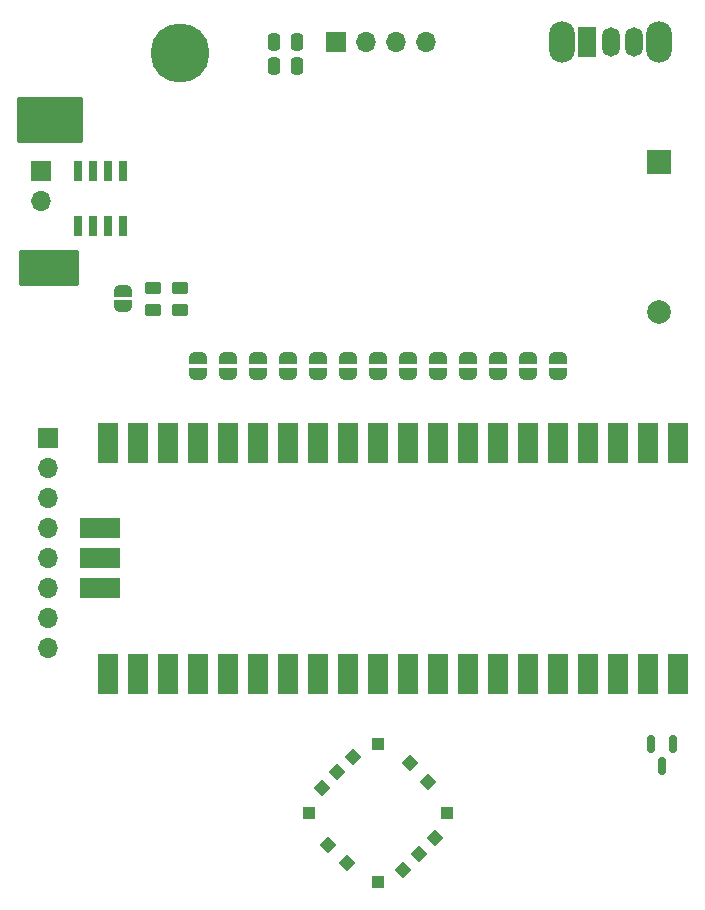
<source format=gts>
G04 #@! TF.GenerationSoftware,KiCad,Pcbnew,(7.0.0)*
G04 #@! TF.CreationDate,2023-02-19T21:46:30+01:00*
G04 #@! TF.ProjectId,Glitchifier9000,476c6974-6368-4696-9669-657239303030,rev?*
G04 #@! TF.SameCoordinates,Original*
G04 #@! TF.FileFunction,Soldermask,Top*
G04 #@! TF.FilePolarity,Negative*
%FSLAX46Y46*%
G04 Gerber Fmt 4.6, Leading zero omitted, Abs format (unit mm)*
G04 Created by KiCad (PCBNEW (7.0.0)) date 2023-02-19 21:46:30*
%MOMM*%
%LPD*%
G01*
G04 APERTURE LIST*
G04 Aperture macros list*
%AMRoundRect*
0 Rectangle with rounded corners*
0 $1 Rounding radius*
0 $2 $3 $4 $5 $6 $7 $8 $9 X,Y pos of 4 corners*
0 Add a 4 corners polygon primitive as box body*
4,1,4,$2,$3,$4,$5,$6,$7,$8,$9,$2,$3,0*
0 Add four circle primitives for the rounded corners*
1,1,$1+$1,$2,$3*
1,1,$1+$1,$4,$5*
1,1,$1+$1,$6,$7*
1,1,$1+$1,$8,$9*
0 Add four rect primitives between the rounded corners*
20,1,$1+$1,$2,$3,$4,$5,0*
20,1,$1+$1,$4,$5,$6,$7,0*
20,1,$1+$1,$6,$7,$8,$9,0*
20,1,$1+$1,$8,$9,$2,$3,0*%
%AMRotRect*
0 Rectangle, with rotation*
0 The origin of the aperture is its center*
0 $1 length*
0 $2 width*
0 $3 Rotation angle, in degrees counterclockwise*
0 Add horizontal line*
21,1,$1,$2,0,0,$3*%
%AMFreePoly0*
4,1,19,0.500000,-0.750000,0.000000,-0.750000,0.000000,-0.744911,-0.071157,-0.744911,-0.207708,-0.704816,-0.327430,-0.627875,-0.420627,-0.520320,-0.479746,-0.390866,-0.500000,-0.250000,-0.500000,0.250000,-0.479746,0.390866,-0.420627,0.520320,-0.327430,0.627875,-0.207708,0.704816,-0.071157,0.744911,0.000000,0.744911,0.000000,0.750000,0.500000,0.750000,0.500000,-0.750000,0.500000,-0.750000,
$1*%
%AMFreePoly1*
4,1,19,0.000000,0.744911,0.071157,0.744911,0.207708,0.704816,0.327430,0.627875,0.420627,0.520320,0.479746,0.390866,0.500000,0.250000,0.500000,-0.250000,0.479746,-0.390866,0.420627,-0.520320,0.327430,-0.627875,0.207708,-0.704816,0.071157,-0.744911,0.000000,-0.744911,0.000000,-0.750000,-0.500000,-0.750000,-0.500000,0.750000,0.000000,0.750000,0.000000,0.744911,0.000000,0.744911,
$1*%
G04 Aperture macros list end*
%ADD10C,0.254000*%
%ADD11RoundRect,0.250000X0.250000X0.475000X-0.250000X0.475000X-0.250000X-0.475000X0.250000X-0.475000X0*%
%ADD12R,1.700000X3.500000*%
%ADD13R,3.500000X1.700000*%
%ADD14RoundRect,0.150000X-0.150000X0.587500X-0.150000X-0.587500X0.150000X-0.587500X0.150000X0.587500X0*%
%ADD15FreePoly0,270.000000*%
%ADD16FreePoly1,270.000000*%
%ADD17R,0.720000X1.780000*%
%ADD18RoundRect,0.250000X0.450000X-0.262500X0.450000X0.262500X-0.450000X0.262500X-0.450000X-0.262500X0*%
%ADD19R,1.700000X1.700000*%
%ADD20O,1.700000X1.700000*%
%ADD21C,5.000000*%
%ADD22FreePoly0,90.000000*%
%ADD23FreePoly1,90.000000*%
%ADD24R,1.000000X1.000000*%
%ADD25RotRect,1.000000X1.000000X225.000000*%
%ADD26O,2.200000X3.500000*%
%ADD27R,1.500000X2.500000*%
%ADD28O,1.500000X2.500000*%
%ADD29R,2.000000X2.000000*%
%ADD30C,2.000000*%
G04 APERTURE END LIST*
D10*
X105537000Y-67945000D02*
X110363000Y-67945000D01*
X110363000Y-67945000D02*
X110363000Y-70739000D01*
X110363000Y-70739000D02*
X105537000Y-70739000D01*
X105537000Y-70739000D02*
X105537000Y-67945000D01*
G36*
X105537000Y-67945000D02*
G01*
X110363000Y-67945000D01*
X110363000Y-70739000D01*
X105537000Y-70739000D01*
X105537000Y-67945000D01*
G37*
X105410000Y-54991000D02*
X110744000Y-54991000D01*
X110744000Y-54991000D02*
X110744000Y-58674000D01*
X110744000Y-58674000D02*
X105410000Y-58674000D01*
X105410000Y-58674000D02*
X105410000Y-54991000D01*
G36*
X105410000Y-54991000D02*
G01*
X110744000Y-54991000D01*
X110744000Y-58674000D01*
X105410000Y-58674000D01*
X105410000Y-54991000D01*
G37*
D11*
X128966000Y-52324000D03*
X127066000Y-52324000D03*
D12*
X161289999Y-84189999D03*
X158749999Y-84189999D03*
X156209999Y-84189999D03*
X153669999Y-84189999D03*
X151129999Y-84189999D03*
X148589999Y-84189999D03*
X146049999Y-84189999D03*
X143509999Y-84189999D03*
X140969999Y-84189999D03*
X138429999Y-84189999D03*
X135889999Y-84189999D03*
X133349999Y-84189999D03*
X130809999Y-84189999D03*
X128269999Y-84189999D03*
X125729999Y-84189999D03*
X123189999Y-84189999D03*
X120649999Y-84189999D03*
X118109999Y-84189999D03*
X115569999Y-84189999D03*
X113029999Y-84189999D03*
X113029999Y-103769999D03*
X115569999Y-103769999D03*
X118109999Y-103769999D03*
X120649999Y-103769999D03*
X123189999Y-103769999D03*
X125729999Y-103769999D03*
X128269999Y-103769999D03*
X130809999Y-103769999D03*
X133349999Y-103769999D03*
X135889999Y-103769999D03*
X138429999Y-103769999D03*
X140969999Y-103769999D03*
X143509999Y-103769999D03*
X146049999Y-103769999D03*
X148589999Y-103769999D03*
X151129999Y-103769999D03*
X153669999Y-103769999D03*
X156209999Y-103769999D03*
X158749999Y-103769999D03*
X161289999Y-103769999D03*
D13*
X112359999Y-91439999D03*
X112359999Y-93979999D03*
X112359999Y-96519999D03*
D14*
X159893000Y-111554500D03*
X158943000Y-109679500D03*
X160843000Y-109679500D03*
D15*
X130810000Y-77044000D03*
D16*
X130810000Y-78344000D03*
D15*
X125730000Y-77044000D03*
D16*
X125730000Y-78344000D03*
D15*
X128270000Y-77044000D03*
D16*
X128270000Y-78344000D03*
D11*
X128966000Y-50292000D03*
X127066000Y-50292000D03*
D15*
X140970000Y-77044000D03*
D16*
X140970000Y-78344000D03*
D17*
X110489999Y-65839999D03*
X111759999Y-65839999D03*
X113029999Y-65839999D03*
X114299999Y-65839999D03*
X110489999Y-61159999D03*
X111759999Y-61159999D03*
X113029999Y-61159999D03*
X114299999Y-61159999D03*
D15*
X133350000Y-77044000D03*
D16*
X133350000Y-78344000D03*
D15*
X151130000Y-77044000D03*
D16*
X151130000Y-78344000D03*
D18*
X119126000Y-72921500D03*
X119126000Y-71096500D03*
D19*
X107949999Y-83819999D03*
D20*
X107949999Y-86359999D03*
X107949999Y-88899999D03*
X107949999Y-91439999D03*
X107949999Y-93979999D03*
X107949999Y-96519999D03*
X107949999Y-99059999D03*
X107949999Y-101599999D03*
D15*
X135890000Y-77044000D03*
D16*
X135890000Y-78344000D03*
D19*
X132333999Y-50291999D03*
D20*
X134873999Y-50291999D03*
X137413999Y-50291999D03*
X139953999Y-50291999D03*
D15*
X123190000Y-77044000D03*
D16*
X123190000Y-78344000D03*
D18*
X116840000Y-72921500D03*
X116840000Y-71096500D03*
D15*
X146050000Y-77044000D03*
D16*
X146050000Y-78344000D03*
D15*
X148590000Y-77044000D03*
D16*
X148590000Y-78344000D03*
D19*
X107314999Y-61159999D03*
D20*
X107314999Y-63699999D03*
D15*
X138430000Y-77044000D03*
D16*
X138430000Y-78344000D03*
D15*
X143510000Y-77044000D03*
D16*
X143510000Y-78344000D03*
D21*
X119126000Y-51181000D03*
D22*
X114300000Y-72644000D03*
D23*
X114300000Y-71344000D03*
D15*
X120650000Y-77044000D03*
D16*
X120650000Y-78344000D03*
D24*
X141739992Y-115569999D03*
X135889999Y-109720006D03*
X135889999Y-121419992D03*
X130040006Y-115569999D03*
D25*
X140132640Y-112882993D03*
X133202993Y-119812640D03*
X139354822Y-119034822D03*
X138577005Y-111327358D03*
X131647358Y-118257005D03*
X131081673Y-113448679D03*
X133768679Y-110761673D03*
X132425176Y-112105176D03*
X138011319Y-120378325D03*
X140698325Y-117691319D03*
D26*
X151474999Y-50259999D03*
X159674999Y-50259999D03*
D27*
X153574999Y-50259999D03*
D28*
X155574999Y-50259999D03*
X157574999Y-50259999D03*
D29*
X159662999Y-60451999D03*
D30*
X159663000Y-73152000D03*
M02*

</source>
